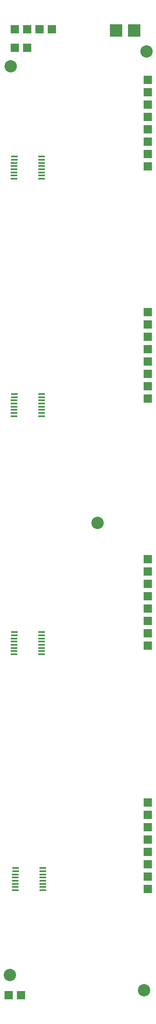
<source format=gbs>
G04 (created by PCBNEW (2013-07-07 BZR 4022)-stable) date 10/2/2014 12:43:44 AM*
%MOIN*%
G04 Gerber Fmt 3.4, Leading zero omitted, Abs format*
%FSLAX34Y34*%
G01*
G70*
G90*
G04 APERTURE LIST*
%ADD10C,0.00590551*%
%ADD11R,0.0579X0.0165*%
%ADD12R,0.0708661X0.0708661*%
%ADD13R,0.1X0.1*%
%ADD14C,0.1*%
G04 APERTURE END LIST*
G54D10*
G54D11*
X76702Y-60972D03*
X76702Y-61228D03*
X76702Y-61484D03*
X76702Y-61740D03*
X74500Y-60208D03*
X76702Y-60204D03*
X76702Y-60460D03*
X76702Y-60716D03*
X74498Y-61996D03*
X74498Y-61740D03*
X74498Y-61484D03*
X74498Y-61228D03*
X74498Y-60972D03*
X74498Y-60716D03*
X76702Y-61996D03*
X74500Y-60460D03*
X76802Y-80072D03*
X76802Y-80328D03*
X76802Y-80584D03*
X76802Y-80840D03*
X74600Y-79308D03*
X76802Y-79304D03*
X76802Y-79560D03*
X76802Y-79816D03*
X74598Y-81096D03*
X74598Y-80840D03*
X74598Y-80584D03*
X74598Y-80328D03*
X74598Y-80072D03*
X74598Y-79816D03*
X76802Y-81096D03*
X74600Y-79560D03*
X76702Y-22472D03*
X76702Y-22728D03*
X76702Y-22984D03*
X76702Y-23240D03*
X74500Y-21708D03*
X76702Y-21704D03*
X76702Y-21960D03*
X76702Y-22216D03*
X74498Y-23496D03*
X74498Y-23240D03*
X74498Y-22984D03*
X74498Y-22728D03*
X74498Y-22472D03*
X74498Y-22216D03*
X76702Y-23496D03*
X74500Y-21960D03*
X76702Y-41697D03*
X76702Y-41953D03*
X76702Y-42209D03*
X76702Y-42465D03*
X74500Y-40933D03*
X76702Y-40929D03*
X76702Y-41185D03*
X76702Y-41441D03*
X74498Y-42721D03*
X74498Y-42465D03*
X74498Y-42209D03*
X74498Y-41953D03*
X74498Y-41697D03*
X74498Y-41441D03*
X76702Y-42721D03*
X74500Y-41185D03*
G54D12*
X85300Y-20500D03*
X85300Y-19500D03*
X85300Y-21500D03*
X85300Y-22500D03*
X85300Y-18500D03*
X85300Y-17500D03*
X85300Y-15500D03*
X85300Y-16500D03*
X85300Y-79000D03*
X85300Y-78000D03*
X85300Y-80000D03*
X85300Y-81000D03*
X85300Y-77000D03*
X85300Y-76000D03*
X85300Y-74000D03*
X85300Y-75000D03*
X85300Y-59300D03*
X85300Y-58300D03*
X85300Y-60300D03*
X85300Y-61300D03*
X85300Y-57300D03*
X85300Y-56300D03*
X85300Y-54300D03*
X85300Y-55300D03*
X85300Y-39300D03*
X85300Y-38300D03*
X85300Y-40300D03*
X85300Y-41300D03*
X85300Y-37300D03*
X85300Y-36300D03*
X85300Y-34300D03*
X85300Y-35300D03*
X74550Y-11400D03*
X75550Y-11400D03*
X77550Y-11400D03*
X76550Y-11400D03*
G54D13*
X82750Y-11500D03*
X84224Y-11500D03*
G54D12*
X74050Y-89600D03*
X75050Y-89600D03*
X74550Y-12900D03*
X75550Y-12900D03*
G54D14*
X85000Y-89200D03*
X85200Y-13200D03*
X74200Y-14400D03*
X74150Y-87950D03*
X81250Y-51350D03*
M02*

</source>
